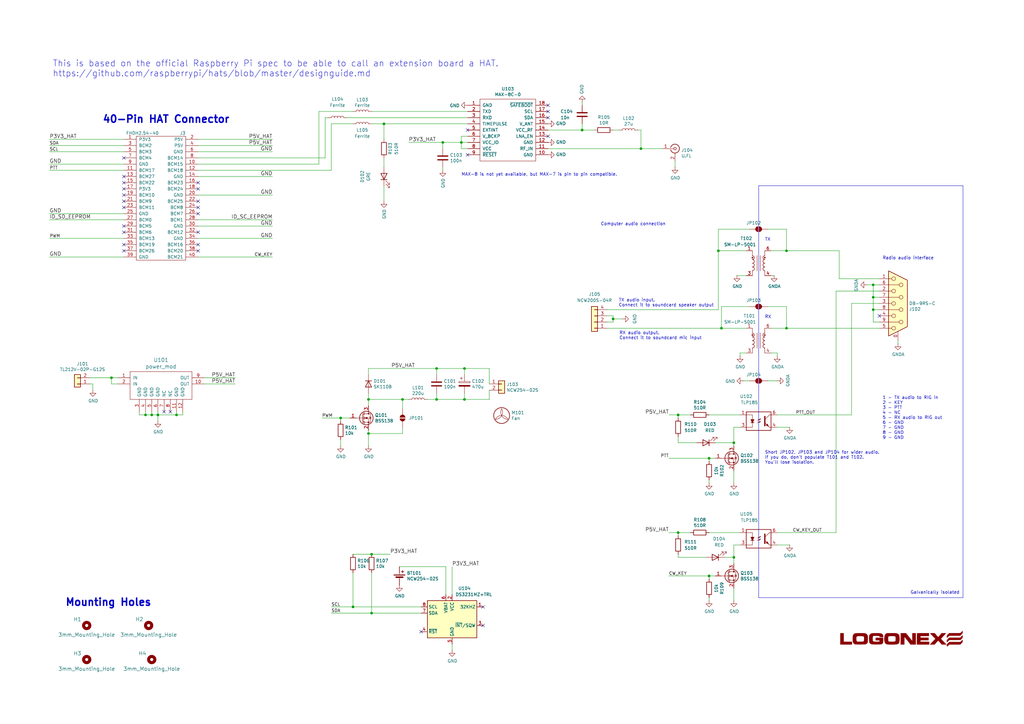
<source format=kicad_sch>
(kicad_sch (version 20231120) (generator "eeschema") (generator_version "8.0")
  (paper "A3")
  (title_block (title "HAM hat") (date "2021-12-03") (rev "v1.1.0") (company "Logonex Bt.") (comment 1 "Drawn by HA5OGL"))
  (junction (at 139.7 171.45))
  (junction (at 45.72 154.94))
  (junction (at 179.07 163.83))
  (junction (at 152.4 251.46))
  (junction (at 190.5 151.13))
  (junction (at 290.83 236.22))
  (junction (at 300.99 228.6))
  (junction (at 262.89 60.96))
  (junction (at 358.14 121.92))
  (junction (at 165.1 163.83))
  (junction (at 295.91 134.62))
  (junction (at 157.48 50.8))
  (junction (at 62.23 170.18))
  (junction (at 300.99 181.61))
  (junction (at 278.13 218.44))
  (junction (at 358.14 127))
  (junction (at 322.58 134.62))
  (junction (at 189.23 58.42))
  (junction (at 151.13 177.8))
  (junction (at 181.61 58.42))
  (junction (at 59.69 170.18))
  (junction (at 251.46 130.81))
  (junction (at 64.77 170.18))
  (junction (at 294.64 102.87))
  (junction (at 322.58 102.87))
  (junction (at 72.39 170.18))
  (junction (at 278.13 170.18))
  (junction (at 152.4 227.33))
  (junction (at 144.78 248.92))
  (junction (at 190.5 163.83))
  (junction (at 238.76 53.34))
  (junction (at 290.83 187.96))
  (junction (at 151.13 163.83))
  (junction (at 358.14 116.84))
  (junction (at 179.07 151.13))
  (no_connect (at 191.77 63.5))
  (no_connect (at 224.79 45.72))
  (no_connect (at 81.28 77.47))
  (no_connect (at 50.8 92.71))
  (no_connect (at 69.85 168.91))
  (no_connect (at 50.8 95.25))
  (no_connect (at 50.8 74.93))
  (no_connect (at 81.28 95.25))
  (no_connect (at 224.79 55.88))
  (no_connect (at 50.8 100.33))
  (no_connect (at 198.12 248.92))
  (no_connect (at 360.68 129.54))
  (no_connect (at 224.79 43.18))
  (no_connect (at 172.72 259.08))
  (no_connect (at 67.31 168.91))
  (no_connect (at 50.8 72.39))
  (no_connect (at 50.8 77.47))
  (no_connect (at 81.28 87.63))
  (no_connect (at 198.12 256.54))
  (no_connect (at 50.8 102.87))
  (no_connect (at 50.8 85.09))
  (no_connect (at 81.28 82.55))
  (no_connect (at 81.28 100.33))
  (no_connect (at 50.8 64.77))
  (no_connect (at 191.77 53.34))
  (no_connect (at 50.8 80.01))
  (no_connect (at 81.28 74.93))
  (no_connect (at 81.28 102.87))
  (no_connect (at 81.28 85.09))
  (no_connect (at 224.79 48.26))
  (no_connect (at 50.8 82.55))
  (wire (pts (xy 179.07 163.83) (xy 190.5 163.83)))
  (wire (pts (xy 81.28 72.39) (xy 111.76 72.39)))
  (polyline (pts (xy 311.15 245.11) (xy 311.15 76.2)))
  (wire (pts (xy 142.24 48.26) (xy 191.77 48.26)))
  (wire (pts (xy 133.35 48.26) (xy 134.62 48.26)))
  (wire (pts (xy 251.46 132.08) (xy 248.92 132.08)))
  (wire (pts (xy 294.64 102.87) (xy 294.64 127)))
  (wire (pts (xy 50.8 59.69) (xy 20.32 59.69)))
  (wire (pts (xy 96.52 154.94) (xy 83.82 154.94)))
  (wire (pts (xy 322.58 125.73) (xy 322.58 134.62)))
  (wire (pts (xy 274.32 170.18) (xy 278.13 170.18)))
  (wire (pts (xy 278.13 170.18) (xy 283.21 170.18)))
  (wire (pts (xy 45.72 157.48) (xy 45.72 154.94)))
  (wire (pts (xy 59.69 168.91) (xy 59.69 170.18)))
  (wire (pts (xy 64.77 170.18) (xy 62.23 170.18)))
  (wire (pts (xy 342.9 119.38) (xy 342.9 218.44)))
  (wire (pts (xy 349.25 124.46) (xy 349.25 170.18)))
  (wire (pts (xy 290.83 187.96) (xy 290.83 189.23)))
  (wire (pts (xy 151.13 151.13) (xy 151.13 153.67)))
  (wire (pts (xy 300.99 181.61) (xy 300.99 182.88)))
  (wire (pts (xy 165.1 167.64) (xy 165.1 163.83)))
  (wire (pts (xy 189.23 60.96) (xy 191.77 60.96)))
  (wire (pts (xy 179.07 151.13) (xy 151.13 151.13)))
  (wire (pts (xy 182.88 243.84) (xy 182.88 232.41)))
  (wire (pts (xy 360.68 114.3) (xy 344.17 114.3)))
  (wire (pts (xy 139.7 171.45) (xy 139.7 172.72)))
  (wire (pts (xy 318.77 146.05) (xy 318.77 144.78)))
  (wire (pts (xy 191.77 45.72) (xy 152.4 45.72)))
  (wire (pts (xy 83.82 157.48) (xy 96.52 157.48)))
  (wire (pts (xy 157.48 68.58) (xy 157.48 64.77)))
  (wire (pts (xy 179.07 161.29) (xy 179.07 163.83)))
  (wire (pts (xy 293.37 181.61) (xy 300.99 181.61)))
  (wire (pts (xy 72.39 170.18) (xy 74.93 170.18)))
  (wire (pts (xy 248.92 127) (xy 294.64 127)))
  (wire (pts (xy 151.13 176.53) (xy 151.13 177.8)))
  (wire (pts (xy 81.28 97.79) (xy 111.76 97.79)))
  (wire (pts (xy 316.23 134.62) (xy 322.58 134.62)))
  (polyline (pts (xy 394.97 76.2) (xy 311.15 76.2)))
  (wire (pts (xy 200.66 160.02) (xy 200.66 163.83)))
  (wire (pts (xy 307.34 156.21) (xy 304.8 156.21)))
  (wire (pts (xy 290.83 170.18) (xy 303.53 170.18)))
  (wire (pts (xy 293.37 236.22) (xy 290.83 236.22)))
  (wire (pts (xy 290.83 218.44) (xy 303.53 218.44)))
  (wire (pts (xy 59.69 170.18) (xy 57.15 170.18)))
  (wire (pts (xy 133.35 64.77) (xy 133.35 48.26)))
  (wire (pts (xy 285.75 181.61) (xy 278.13 181.61)))
  (wire (pts (xy 318.77 156.21) (xy 314.96 156.21)))
  (wire (pts (xy 81.28 80.01) (xy 111.76 80.01)))
  (wire (pts (xy 50.8 87.63) (xy 20.32 87.63)))
  (wire (pts (xy 185.42 232.41) (xy 185.42 243.84)))
  (wire (pts (xy 50.8 69.85) (xy 20.32 69.85)))
  (wire (pts (xy 238.76 41.91) (xy 238.76 43.18)))
  (wire (pts (xy 181.61 58.42) (xy 167.64 58.42)))
  (wire (pts (xy 175.26 163.83) (xy 179.07 163.83)))
  (wire (pts (xy 81.28 59.69) (xy 111.76 59.69)))
  (wire (pts (xy 189.23 58.42) (xy 189.23 60.96)))
  (wire (pts (xy 300.99 198.12) (xy 300.99 193.04)))
  (wire (pts (xy 224.79 60.96) (xy 262.89 60.96)))
  (wire (pts (xy 251.46 130.81) (xy 255.27 130.81)))
  (wire (pts (xy 45.72 154.94) (xy 48.26 154.94)))
  (wire (pts (xy 165.1 163.83) (xy 151.13 163.83)))
  (wire (pts (xy 151.13 161.29) (xy 151.13 163.83)))
  (wire (pts (xy 238.76 50.8) (xy 238.76 53.34)))
  (wire (pts (xy 274.32 218.44) (xy 278.13 218.44)))
  (wire (pts (xy 314.96 125.73) (xy 322.58 125.73)))
  (wire (pts (xy 74.93 170.18) (xy 74.93 168.91)))
  (wire (pts (xy 368.3 140.97) (xy 368.3 139.7)))
  (wire (pts (xy 165.1 177.8) (xy 151.13 177.8)))
  (wire (pts (xy 243.84 53.34) (xy 238.76 53.34)))
  (wire (pts (xy 152.4 50.8) (xy 157.48 50.8)))
  (wire (pts (xy 135.89 69.85) (xy 81.28 69.85)))
  (wire (pts (xy 278.13 170.18) (xy 278.13 171.45)))
  (wire (pts (xy 152.4 251.46) (xy 172.72 251.46)))
  (wire (pts (xy 81.28 64.77) (xy 133.35 64.77)))
  (wire (pts (xy 300.99 246.38) (xy 300.99 241.3)))
  (wire (pts (xy 143.51 171.45) (xy 139.7 171.45)))
  (wire (pts (xy 152.4 227.33) (xy 160.02 227.33)))
  (wire (pts (xy 294.64 102.87) (xy 306.07 102.87)))
  (wire (pts (xy 360.68 119.38) (xy 342.9 119.38)))
  (wire (pts (xy 191.77 55.88) (xy 189.23 55.88)))
  (wire (pts (xy 189.23 58.42) (xy 181.61 58.42)))
  (wire (pts (xy 135.89 50.8) (xy 144.78 50.8)))
  (wire (pts (xy 290.83 187.96) (xy 274.32 187.96)))
  (wire (pts (xy 316.23 113.03) (xy 317.5 113.03)))
  (wire (pts (xy 300.99 175.26) (xy 300.99 181.61)))
  (wire (pts (xy 318.77 175.26) (xy 323.85 175.26)))
  (wire (pts (xy 322.58 102.87) (xy 344.17 102.87)))
  (wire (pts (xy 248.92 129.54) (xy 251.46 129.54)))
  (wire (pts (xy 50.8 57.15) (xy 20.32 57.15)))
  (wire (pts (xy 278.13 181.61) (xy 278.13 179.07)))
  (wire (pts (xy 191.77 58.42) (xy 189.23 58.42)))
  (wire (pts (xy 307.34 125.73) (xy 295.91 125.73)))
  (wire (pts (xy 165.1 175.26) (xy 165.1 177.8)))
  (wire (pts (xy 130.81 45.72) (xy 130.81 67.31)))
  (wire (pts (xy 151.13 177.8) (xy 151.13 182.88)))
  (wire (pts (xy 36.83 154.94) (xy 45.72 154.94)))
  (wire (pts (xy 189.23 55.88) (xy 189.23 58.42)))
  (wire (pts (xy 360.68 124.46) (xy 349.25 124.46)))
  (wire (pts (xy 62.23 170.18) (xy 59.69 170.18)))
  (wire (pts (xy 262.89 53.34) (xy 262.89 60.96)))
  (wire (pts (xy 179.07 153.67) (xy 179.07 151.13)))
  (wire (pts (xy 157.48 50.8) (xy 191.77 50.8)))
  (wire (pts (xy 316.23 102.87) (xy 322.58 102.87)))
  (wire (pts (xy 139.7 171.45) (xy 132.08 171.45)))
  (wire (pts (xy 190.5 153.67) (xy 190.5 151.13)))
  (wire (pts (xy 144.78 248.92) (xy 172.72 248.92)))
  (wire (pts (xy 50.8 105.41) (xy 20.32 105.41)))
  (wire (pts (xy 130.81 67.31) (xy 81.28 67.31)))
  (wire (pts (xy 185.42 266.7) (xy 185.42 264.16)))
  (wire (pts (xy 303.53 144.78) (xy 303.53 146.05)))
  (wire (pts (xy 151.13 163.83) (xy 151.13 166.37)))
  (wire (pts (xy 139.7 182.88) (xy 139.7 180.34)))
  (wire (pts (xy 50.8 67.31) (xy 20.32 67.31)))
  (wire (pts (xy 81.28 57.15) (xy 111.76 57.15)))
  (wire (pts (xy 248.92 134.62) (xy 295.91 134.62)))
  (polyline (pts (xy 394.97 245.11) (xy 311.15 245.11)))
  (wire (pts (xy 190.5 151.13) (xy 179.07 151.13)))
  (wire (pts (xy 81.28 62.23) (xy 111.76 62.23)))
  (wire (pts (xy 181.61 69.85) (xy 181.61 68.58)))
  (wire (pts (xy 303.53 223.52) (xy 300.99 223.52)))
  (wire (pts (xy 290.83 246.38) (xy 290.83 245.11)))
  (wire (pts (xy 358.14 127) (xy 360.68 127)))
  (wire (pts (xy 144.78 45.72) (xy 130.81 45.72)))
  (wire (pts (xy 50.8 97.79) (xy 20.32 97.79)))
  (wire (pts (xy 318.77 223.52) (xy 323.85 223.52)))
  (wire (pts (xy 358.14 121.92) (xy 360.68 121.92)))
  (wire (pts (xy 135.89 50.8) (xy 135.89 69.85)))
  (wire (pts (xy 157.48 57.15) (xy 157.48 50.8)))
  (wire (pts (xy 358.14 127) (xy 358.14 121.92)))
  (wire (pts (xy 289.56 228.6) (xy 278.13 228.6)))
  (wire (pts (xy 200.66 163.83) (xy 190.5 163.83)))
  (wire (pts (xy 64.77 170.18) (xy 72.39 170.18)))
  (wire (pts (xy 57.15 170.18) (xy 57.15 168.91)))
  (wire (pts (xy 72.39 170.18) (xy 72.39 168.91)))
  (wire (pts (xy 278.13 228.6) (xy 278.13 227.33)))
  (wire (pts (xy 307.34 93.98) (xy 294.64 93.98)))
  (wire (pts (xy 358.14 132.08) (xy 358.14 127)))
  (wire (pts (xy 157.48 82.55) (xy 157.48 76.2)))
  (wire (pts (xy 314.96 93.98) (xy 322.58 93.98)))
  (wire (pts (xy 322.58 93.98) (xy 322.58 102.87)))
  (wire (pts (xy 344.17 102.87) (xy 344.17 114.3)))
  (wire (pts (xy 306.07 144.78) (xy 303.53 144.78)))
  (wire (pts (xy 294.64 93.98) (xy 294.64 102.87)))
  (wire (pts (xy 64.77 172.72) (xy 64.77 170.18)))
  (wire (pts (xy 355.6 116.84) (xy 358.14 116.84)))
  (wire (pts (xy 300.99 228.6) (xy 300.99 231.14)))
  (wire (pts (xy 135.89 251.46) (xy 152.4 251.46)))
  (wire (pts (xy 190.5 163.83) (xy 190.5 161.29)))
  (wire (pts (xy 144.78 227.33) (xy 152.4 227.33)))
  (wire (pts (xy 167.64 163.83) (xy 165.1 163.83)))
  (wire (pts (xy 278.13 218.44) (xy 278.13 219.71)))
  (wire (pts (xy 81.28 90.17) (xy 111.76 90.17)))
  (wire (pts (xy 135.89 248.92) (xy 144.78 248.92)))
  (wire (pts (xy 306.07 134.62) (xy 295.91 134.62)))
  (wire (pts (xy 358.14 116.84) (xy 360.68 116.84)))
  (wire (pts (xy 152.4 234.95) (xy 152.4 251.46)))
  (wire (pts (xy 358.14 121.92) (xy 358.14 116.84)))
  (wire (pts (xy 318.77 170.18) (xy 349.25 170.18)))
  (wire (pts (xy 322.58 134.62) (xy 360.68 134.62)))
  (wire (pts (xy 290.83 198.12) (xy 290.83 196.85)))
  (wire (pts (xy 38.1 160.02) (xy 38.1 157.48)))
  (wire (pts (xy 297.18 228.6) (xy 300.99 228.6)))
  (wire (pts (xy 251.46 129.54) (xy 251.46 130.81)))
  (wire (pts (xy 276.86 68.58) (xy 276.86 66.04)))
  (wire (pts (xy 318.77 144.78) (xy 316.23 144.78)))
  (wire (pts (xy 50.8 90.17) (xy 20.32 90.17)))
  (wire (pts (xy 200.66 151.13) (xy 190.5 151.13)))
  (wire (pts (xy 300.99 223.52) (xy 300.99 228.6)))
  (wire (pts (xy 293.37 187.96) (xy 290.83 187.96)))
  (wire (pts (xy 303.53 175.26) (xy 300.99 175.26)))
  (wire (pts (xy 251.46 130.81) (xy 251.46 132.08)))
  (wire (pts (xy 182.88 232.41) (xy 163.83 232.41)))
  (wire (pts (xy 200.66 157.48) (xy 200.66 151.13)))
  (wire (pts (xy 295.91 125.73) (xy 295.91 134.62)))
  (wire (pts (xy 290.83 236.22) (xy 290.83 237.49)))
  (polyline (pts (xy 394.97 245.11) (xy 394.97 76.2)))
  (wire (pts (xy 48.26 157.48) (xy 45.72 157.48)))
  (wire (pts (xy 238.76 53.34) (xy 224.79 53.34)))
  (wire (pts (xy 342.9 218.44) (xy 318.77 218.44)))
  (wire (pts (xy 38.1 157.48) (xy 36.83 157.48)))
  (wire (pts (xy 278.13 218.44) (xy 283.21 218.44)))
  (wire (pts (xy 306.07 113.03) (xy 302.26 113.03)))
  (wire (pts (xy 62.23 168.91) (xy 62.23 170.18)))
  (wire (pts (xy 64.77 168.91) (xy 64.77 170.18)))
  (wire (pts (xy 81.28 105.41) (xy 111.76 105.41)))
  (wire (pts (xy 251.46 53.34) (xy 254 53.34)))
  (wire (pts (xy 262.89 60.96) (xy 271.78 60.96)))
  (wire (pts (xy 360.68 132.08) (xy 358.14 132.08)))
  (wire (pts (xy 261.62 53.34) (xy 262.89 53.34)))
  (wire (pts (xy 290.83 236.22) (xy 274.32 236.22)))
  (wire (pts (xy 144.78 234.95) (xy 144.78 248.92)))
  (wire (pts (xy 81.28 92.71) (xy 111.76 92.71)))
  (wire (pts (xy 181.61 60.96) (xy 181.61 58.42)))
  (wire (pts (xy 20.32 62.23) (xy 50.8 62.23)))
  (text "This is based on the official Raspberry Pi spec to be able to call an extension board a HAT.\nhttps://github.com/raspberrypi/hats/blob/master/designguide.md" (at 21.59 31.75 0) (effects (font (size 2.54 2.54)) (justify left bottom)))
  (text "MAX-8 is not yet available, but MAX-7 is pin to pin compatible." (at 189.23 72.39 0) (effects (font (size 1.27 1.27)) (justify left bottom)))
  (text "Radio audio interface" (at 361.95 106.68 0) (effects (font (size 1.27 1.27)) (justify left bottom)))
  (text "Galvanically isolated" (at 373.38 243.84 0) (effects (font (size 1.27 1.27)) (justify left bottom)))
  (text "Short JP102, JP103 and JP104 for wider audio.\nIf you do, don't populate T101 and T102.\nYou'll lose isolation." (at 313.69 190.5 0) (effects (font (size 1.27 1.27)) (justify left bottom)))
  (text "Mounting Holes" (at 26.67 248.92 0) (effects (font (size 2.9972 2.9972) (thickness 0.5994) (bold yes)) (justify left bottom)))
  (text "RX audio output.\nConnect it to soundcard mic input" (at 254 139.446 0) (effects (font (size 1.27 1.27)) (justify left bottom)))
  (text "40-Pin HAT Connector" (at 41.91 50.8 0) (effects (font (size 2.9972 2.9972) (thickness 0.5994) (bold yes)) (justify left bottom)))
  (text "TX audio input.\nConnect it to soundcard speaker output" (at 253.746 125.984 0) (effects (font (size 1.27 1.27)) (justify left bottom)))
  (text "TX" (at 313.69 99.06 0) (effects (font (size 1.27 1.27)) (justify left bottom)))
  (text "Computer audio connection" (at 246.38 92.71 0) (effects (font (size 1.27 1.27)) (justify left bottom)))
  (text "1 - TX audio to RIG in\n2 - KEY\n3 - PTT\n4 - NC\n5 - RX audio to RIG out\n6 - GND\n7 - GND\n8 - GND\n9 - GND\n" (at 361.95 180.34 0) (effects (font (size 1.27 1.27)) (justify left bottom)))
  (text "RX" (at 313.69 130.81 0) (effects (font (size 1.27 1.27)) (justify left bottom)))
  (label "ID_SC_EEPROM" (at 111.76 90.17 180) (effects (font (size 1.524 1.524))))
  (label "GND" (at 20.32 87.63 0) (effects (font (size 1.524 1.524))))
  (label "CW_KEY" (at 111.76 105.41 180))
  (label "PWM" (at 132.08 171.45 0))
  (label "PTT_OUT" (at 326.39 170.18 0))
  (label "GND" (at 111.76 62.23 180) (effects (font (size 1.524 1.524))))
  (label "P5V_HAT" (at 96.52 157.48 180) (effects (font (size 1.524 1.524))))
  (label "P5V_HAT" (at 274.32 218.44 180) (effects (font (size 1.524 1.524))))
  (label "PWM" (at 20.32 97.79 0))
  (label "PTT" (at 274.32 187.96 180))
  (label "ID_SD_EEPROM" (at 20.32 90.17 0) (effects (font (size 1.524 1.524))))
  (label "P5V_HAT" (at 111.76 59.69 180) (effects (font (size 1.524 1.524))))
  (label "GND" (at 20.32 67.31 0) (effects (font (size 1.524 1.524))))
  (label "GND" (at 111.76 92.71 180) (effects (font (size 1.524 1.524))))
  (label "SCL" (at 20.32 62.23 0))
  (label "P3V3_HAT" (at 185.42 232.41 0) (effects (font (size 1.524 1.524))))
  (label "SCL" (at 135.89 248.92 0))
  (label "P3V3_HAT" (at 167.64 58.42 0) (effects (font (size 1.524 1.524))))
  (label "P5V_HAT" (at 111.76 57.15 180) (effects (font (size 1.524 1.524))))
  (label "CW_KEY_OUT" (at 325.12 218.44 0))
  (label "P5V_HAT" (at 170.18 151.13 180) (effects (font (size 1.524 1.524))))
  (label "GND" (at 111.76 97.79 180) (effects (font (size 1.524 1.524))))
  (label "CW_KEY" (at 274.32 236.22 0))
  (label "P3V3_HAT" (at 20.32 57.15 0) (effects (font (size 1.524 1.524))))
  (label "GND" (at 111.76 80.01 180) (effects (font (size 1.524 1.524))))
  (label "P3V3_HAT" (at 160.02 227.33 0) (effects (font (size 1.524 1.524))))
  (label "SDA" (at 20.32 59.69 0))
  (label "GND" (at 20.32 105.41 0) (effects (font (size 1.524 1.524))))
  (label "P5V_HAT" (at 274.32 170.18 180) (effects (font (size 1.524 1.524))))
  (label "SDA" (at 135.89 251.46 0))
  (label "P5V_HAT" (at 96.52 154.94 180) (effects (font (size 1.524 1.524))))
  (label "PTT" (at 20.32 69.85 0))
  (label "GND" (at 111.76 72.39 180) (effects (font (size 1.524 1.524))))
  (symbol (lib_id "Mechanical:MountingHole") (at 35.56 256.54 0) (unit 1)
    (property "Reference" "H1" (at 31.75 254 0) (effects (font (size 1.524 1.524))))
    (property "Value" "3mm_Mounting_Hole" (at 35.56 260.35 0) (effects (font (size 1.524 1.524))))
    (property "Footprint" "l_mounting_hole:l_MountingHole_Clear_2.75mm_M2.5" (effects (hide yes)))
    (property "Description" "Mounting Hole without connection" (effects (hide yes)))
    (property "id" "0" (effects (hide yes)))
  )
  (symbol (lib_id "Mechanical:MountingHole") (at 60.96 256.54 0) (unit 1)
    (property "Reference" "H2" (at 57.15 254 0) (effects (font (size 1.524 1.524))))
    (property "Value" "3mm_Mounting_Hole" (at 60.96 260.35 0) (effects (font (size 1.524 1.524))))
    (property "Footprint" "l_mounting_hole:l_MountingHole_Clear_2.75mm_M2.5" (effects (hide yes)))
    (property "Description" "Mounting Hole without connection" (effects (hide yes)))
    (property "id" "0" (effects (hide yes)))
  )
  (symbol (lib_id "Mechanical:MountingHole") (at 35.56 270.51 0) (unit 1)
    (property "Reference" "H3" (at 31.75 267.97 0) (effects (font (size 1.524 1.524))))
    (property "Value" "3mm_Mounting_Hole" (at 35.56 274.32 0) (effects (font (size 1.524 1.524))))
    (property "Footprint" "l_mounting_hole:l_MountingHole_Clear_2.75mm_M2.5" (effects (hide yes)))
    (property "Description" "Mounting Hole without connection" (effects (hide yes)))
    (property "id" "0" (effects (hide yes)))
  )
  (symbol (lib_id "Mechanical:MountingHole") (at 62.23 270.51 0) (unit 1)
    (property "Reference" "H4" (at 58.42 267.97 0) (effects (font (size 1.524 1.524))))
    (property "Value" "3mm_Mounting_Hole" (at 62.23 274.32 0) (effects (font (size 1.524 1.524))))
    (property "Footprint" "l_mounting_hole:l_MountingHole_Clear_2.75mm_M2.5" (effects (hide yes)))
    (property "Description" "Mounting Hole without connection" (effects (hide yes)))
    (property "id" "0" (effects (hide yes)))
  )
  (symbol (lib_id "raspberrypi_hat:PI40HAT") (at 66.04 57.15 0) (unit 1)
    (property "Reference" "J3" (at 74.93 54.61 0))
    (property "Value" "FHDH2.54-40" (at 58.42 54.61 0))
    (property "Footprint" "Connector_PinSocket_2.54mm:PinSocket_2x20_P2.54mm_Vertical" (effects (hide yes)))
    (property "id" "757" (effects (hide yes)))
  )
  (symbol (lib_id "l_power_mod:power_mod") (at 66.04 161.29 0) (unit 1)
    (property "Reference" "U101" (at 66.04 147.6502 0) (effects (font (size 1.524 1.524))))
    (property "Value" "power_mod" (at 66.04 150.3426 0) (effects (font (size 1.524 1.524))))
    (property "Footprint" "l_power_mod:power_mod3A" (effects (hide yes)))
    (property "id" "0" (effects (hide yes)))
  )
  (symbol (lib_id "Connector_Generic:Conn_01x02") (at 31.75 157.48 180) (unit 1)
    (property "Reference" "J101" (at 33.8328 149.225 0))
    (property "Value" "TL212V-02P-G12S" (at 33.8328 151.5364 0))
    (property "Footprint" "l_connector:TerminalBlock-2-5.0_1x02_P5.0mm_Horizontal" (effects (hide yes)))
    (property "Description" "Generic connector, single row, 01x02, script generated (kicad-library-utils/schlib/autogen/connector/)" (effects (hide yes)))
    (property "id" "627" (effects (hide yes)))
  )
  (symbol (lib_id "power:GND") (at 64.77 172.72 0) (unit 1)
    (property "Reference" "#PWR0101" (effects (hide yes)))
    (property "Value" "GND" (at 64.897 177.1142 0))
    (property "Description" "Power symbol creates a global label with name \"GND\" , ground" (effects (hide yes)))
  )
  (symbol (lib_id "l_mechanical:Fan") (at 205.74 171.45 0) (unit 1)
    (property "Reference" "M101" (at 209.7532 169.2656 0) (effects (justify left)))
    (property "Value" "Fan" (at 209.7532 171.577 0) (effects (justify left)))
    (property "Footprint" "l_fan:25x25" (effects (hide yes)))
    (property "Description" "Fan" (effects (hide yes)))
    (property "id" "759" (effects (hide yes)))
  )
  (symbol (lib_id "Connector:DE9_Receptacle_MountingHoles") (at 368.3 124.46 0) (unit 1)
    (property "Reference" "J102" (at 372.8466 126.7714 0) (effects (justify left)))
    (property "Value" "DB-9RS-C" (at 372.8466 124.46 0) (effects (justify left)))
    (property "Footprint" "Connector_Dsub:DSUB-9_Female_Horizontal_P2.77x2.84mm_EdgePinOffset7.70mm_Housed_MountingHolesOffset9.12mm" (effects (hide yes)))
    (property "Description" "9-pin female receptacle socket D-SUB connector, Mounting Hole" (effects (hide yes)))
    (property "id" "330" (effects (hide yes)))
  )
  (symbol (lib_id "power:GND") (at 38.1 160.02 0) (unit 1)
    (property "Reference" "#PWR0103" (effects (hide yes)))
    (property "Value" "GND" (at 38.227 164.4142 0))
    (property "Description" "Power symbol creates a global label with name \"GND\" , ground" (effects (hide yes)))
  )
  (symbol (lib_id "Transformer:PA2006NL") (at 311.15 139.7 0) (unit 1)
    (property "Reference" "T101" (at 307.34 129.54 0))
    (property "Value" "SM-LP-5001" (at 303.53 132.08 0))
    (property "Footprint" "Transformer_SMD:Pulse_PA2006NL" (effects (hide yes)))
    (property "Datasheet" "https://productfinder.pulseeng.com/products/datasheets/P663.pdf" (effects (hide yes)))
    (property "Description" "SMT Gate Drive Transformer, 1:1" (effects (hide yes)))
    (property "id" "738" (effects (hide yes)))
  )
  (symbol (lib_id "Transformer:PA2006NL") (at 311.15 107.95 0) (unit 1)
    (property "Reference" "T102" (at 306.07 97.79 0))
    (property "Value" "SM-LP-5001" (at 303.53 100.33 0))
    (property "Footprint" "Transformer_SMD:Pulse_PA2006NL" (effects (hide yes)))
    (property "Datasheet" "https://productfinder.pulseeng.com/products/datasheets/P663.pdf" (effects (hide yes)))
    (property "Description" "SMT Gate Drive Transformer, 1:1" (effects (hide yes)))
    (property "id" "738" (effects (hide yes)))
  )
  (symbol (lib_id "l_opto_coupler:TLP185") (at 311.15 172.72 0) (unit 1)
    (property "Reference" "U102" (at 306.07 162.56 0))
    (property "Value" "TLP185" (at 307.34 165.1 0))
    (property "Footprint" "l_optocoupler:11-4M1S" (effects (hide yes)))
    (property "id" "643" (effects (hide yes)))
  )
  (symbol (lib_id "power:GND") (at 290.83 198.12 0) (unit 1)
    (property "Reference" "#PWR0104" (effects (hide yes)))
    (property "Value" "GND" (at 290.957 202.5142 0))
    (property "Description" "Power symbol creates a global label with name \"GND\" , ground" (effects (hide yes)))
  )
  (symbol (lib_id "Jumper:SolderJumper_2_Open") (at 165.1 171.45 270) (unit 1)
    (property "Reference" "JP101" (at 167.64 171.45 90) (effects (justify left)))
    (property "Value" "SolderJumper_2_Open" (effects (hide yes)))
    (property "Footprint" "Jumper:SolderJumper-2_P1.3mm_Open_RoundedPad1.0x1.5mm" (effects (hide yes)))
    (property "Description" "Solder Jumper, 2-pole, open" (effects (hide yes)))
    (property "id" "0" (effects (hide yes)))
  )
  (symbol (lib_id "power:GNDA") (at 355.6 116.84 270) (unit 1)
    (property "Reference" "#PWR0111" (effects (hide yes)))
    (property "Value" "GNDA" (at 351.2058 116.967 0))
    (property "Description" "Power symbol creates a global label with name \"GNDA\" , analog ground" (effects (hide yes)))
  )
  (symbol (lib_id "power:GNDA") (at 318.77 146.05 0) (unit 1)
    (property "Reference" "#PWR0110" (effects (hide yes)))
    (property "Value" "GNDA" (at 318.897 150.4442 0))
    (property "Description" "Power symbol creates a global label with name \"GNDA\" , analog ground" (effects (hide yes)))
  )
  (symbol (lib_id "power:GNDA") (at 317.5 113.03 0) (unit 1)
    (property "Reference" "#PWR0109" (effects (hide yes)))
    (property "Value" "GNDA" (at 317.627 117.4242 0))
    (property "Description" "Power symbol creates a global label with name \"GNDA\" , analog ground" (effects (hide yes)))
  )
  (symbol (lib_id "power:GNDA") (at 323.85 175.26 0) (unit 1)
    (property "Reference" "#PWR0108" (effects (hide yes)))
    (property "Value" "GNDA" (at 323.977 179.6542 0))
    (property "Description" "Power symbol creates a global label with name \"GNDA\" , analog ground" (effects (hide yes)))
  )
  (symbol (lib_id "power:GND") (at 303.53 146.05 0) (unit 1)
    (property "Reference" "#PWR0106" (effects (hide yes)))
    (property "Value" "GND" (at 303.657 150.4442 0))
    (property "Description" "Power symbol creates a global label with name \"GND\" , ground" (effects (hide yes)))
  )
  (symbol (lib_id "power:GND") (at 302.26 113.03 0) (unit 1)
    (property "Reference" "#PWR0107" (effects (hide yes)))
    (property "Value" "GND" (at 302.387 117.4242 0))
    (property "Description" "Power symbol creates a global label with name \"GND\" , ground" (effects (hide yes)))
  )
  (symbol (lib_id "Device:Q_NMOS_GSD") (at 148.59 171.45 0) (unit 1)
    (property "Reference" "Q101" (at 153.7716 170.2816 0) (effects (justify left)))
    (property "Value" "BSS138" (at 153.7716 172.593 0) (effects (justify left)))
    (property "Footprint" "Package_TO_SOT_SMD:SOT-23" (effects (hide yes)))
    (property "Description" "N-MOSFET transistor, gate/source/drain" (effects (hide yes)))
    (property "id" "78" (effects (hide yes)))
  )
  (symbol (lib_id "power:GND") (at 151.13 182.88 0) (unit 1)
    (property "Reference" "#PWR0105" (effects (hide yes)))
    (property "Value" "GND" (at 151.257 187.2742 0))
    (property "Description" "Power symbol creates a global label with name \"GND\" , ground" (effects (hide yes)))
  )
  (symbol (lib_id "Device:R") (at 139.7 176.53 0) (unit 1)
    (property "Reference" "R101" (at 141.478 175.3616 0) (effects (justify left)))
    (property "Value" "10k" (at 141.478 177.673 0) (effects (justify left)))
    (property "Footprint" "Resistor_SMD:R_0603_1608Metric" (effects (hide yes)))
    (property "Description" "Resistor" (effects (hide yes)))
    (property "id" "183" (effects (hide yes)))
  )
  (symbol (lib_id "power:GND") (at 139.7 182.88 0) (unit 1)
    (property "Reference" "#PWR0102" (effects (hide yes)))
    (property "Value" "GND" (at 139.827 187.2742 0))
    (property "Description" "Power symbol creates a global label with name \"GND\" , ground" (effects (hide yes)))
  )
  (symbol (lib_id "Device:R") (at 290.83 193.04 180) (unit 1)
    (property "Reference" "R102" (at 296.0878 193.04 90))
    (property "Value" "10k" (at 293.7764 193.04 90))
    (property "Footprint" "Resistor_SMD:R_0603_1608Metric" (effects (hide yes)))
    (property "Description" "Resistor" (effects (hide yes)))
    (property "id" "183" (effects (hide yes)))
  )
  (symbol (lib_id "power:GNDA") (at 368.3 140.97 0) (unit 1)
    (property "Reference" "#PWR0112" (effects (hide yes)))
    (property "Value" "GNDA" (at 368.427 145.3642 0))
    (property "Description" "Power symbol creates a global label with name \"GNDA\" , analog ground" (effects (hide yes)))
  )
  (symbol (lib_id "Device:D") (at 151.13 157.48 270) (unit 1)
    (property "Reference" "D101" (at 153.162 156.3116 90) (effects (justify left)))
    (property "Value" "SK110B" (at 153.162 158.623 90) (effects (justify left)))
    (property "Footprint" "Diode_SMD:D_SMB" (effects (hide yes)))
    (property "Description" "Diode" (effects (hide yes)))
    (property "id" "144" (effects (hide yes)))
    (property "Sim.Device" "D" (effects (hide yes)))
    (property "Sim.Pins" "1=K 2=A" (effects (hide yes)))
  )
  (symbol (lib_id "Device:L") (at 171.45 163.83 90) (unit 1)
    (property "Reference" "L101" (at 171.45 159.004 90))
    (property "Value" "220u" (at 171.45 161.3154 90))
    (property "Footprint" "l_SM_inductors:IND_PCD0504" (effects (hide yes)))
    (property "Description" "Inductor" (effects (hide yes)))
    (property "id" "563" (effects (hide yes)))
  )
  (symbol (lib_id "Device:C") (at 179.07 157.48 0) (unit 1)
    (property "Reference" "C101" (at 181.991 156.3116 0) (effects (justify left)))
    (property "Value" "100n" (at 181.991 158.623 0) (effects (justify left)))
    (property "Footprint" "Capacitor_SMD:C_0603_1608Metric" (effects (hide yes)))
    (property "Description" "Unpolarized capacitor" (effects (hide yes)))
    (property "id" "145" (effects (hide yes)))
  )
  (symbol (lib_id "Device:C_Polarized") (at 190.5 157.48 0) (unit 1)
    (property "Reference" "C102" (at 193.4972 156.3116 0) (effects (justify left)))
    (property "Value" "470u" (at 193.4972 158.623 0) (effects (justify left)))
    (property "Footprint" "Capacitor_THT:CP_Radial_D10.0mm_P5.00mm" (effects (hide yes)))
    (property "Description" "Polarized capacitor" (effects (hide yes)))
    (property "id" "30" (effects (hide yes)))
  )
  (symbol (lib_id "Connector_Generic:Conn_01x02") (at 205.74 157.48 0) (unit 1)
    (property "Reference" "J103" (at 207.772 157.6832 0) (effects (justify left)))
    (property "Value" "NCW254-02S" (at 207.772 159.9946 0) (effects (justify left)))
    (property "Footprint" "Connector_PinHeader_2.54mm:PinHeader_1x02_P2.54mm_Vertical" (effects (hide yes)))
    (property "Description" "Generic connector, single row, 01x02, script generated (kicad-library-utils/schlib/autogen/connector/)" (effects (hide yes)))
    (property "id" "0" (effects (hide yes)))
  )
  (symbol (lib_id "Device:C") (at 181.61 64.77 0) (unit 1)
    (property "Reference" "C103" (at 184.531 63.6016 0) (effects (justify left)))
    (property "Value" "100n" (at 184.531 65.913 0) (effects (justify left)))
    (property "Footprint" "Capacitor_SMD:C_0603_1608Metric" (effects (hide yes)))
    (property "Description" "Unpolarized capacitor" (effects (hide yes)))
    (property "id" "145" (effects (hide yes)))
  )
  (symbol (lib_id "power:GND") (at 181.61 69.85 0) (unit 1)
    (property "Reference" "#PWR0119" (effects (hide yes)))
    (property "Value" "GND" (at 181.737 73.1012 90) (effects (justify right)))
    (property "Description" "Power symbol creates a global label with name \"GND\" , ground" (effects (hide yes)))
  )
  (symbol (lib_id "l_rf:MAX8") (at 208.28 52.07 0) (unit 1)
    (property "Reference" "U103" (at 208.28 36.449 0))
    (property "Value" "MAX-8C-0" (at 208.28 38.7604 0))
    (property "Footprint" "l_rf:MAX8" (effects (hide yes)))
    (property "id" "758" (effects (hide yes)))
  )
  (symbol (lib_id "power:GND") (at 191.77 43.18 270) (unit 1)
    (property "Reference" "#PWR0113" (effects (hide yes)))
    (property "Value" "GND" (at 188.5188 43.307 90) (effects (justify right)))
    (property "Description" "Power symbol creates a global label with name \"GND\" , ground" (effects (hide yes)))
  )
  (symbol (lib_id "power:GND") (at 224.79 63.5 90) (unit 1)
    (property "Reference" "#PWR0115" (effects (hide yes)))
    (property "Value" "GND" (at 228.0412 63.373 90) (effects (justify right)))
    (property "Description" "Power symbol creates a global label with name \"GND\" , ground" (effects (hide yes)))
  )
  (symbol (lib_id "power:GND") (at 224.79 58.42 90) (unit 1)
    (property "Reference" "#PWR0114" (effects (hide yes)))
    (property "Value" "GND" (at 228.0412 58.293 90) (effects (justify right)))
    (property "Description" "Power symbol creates a global label with name \"GND\" , ground" (effects (hide yes)))
  )
  (symbol (lib_id "Connector:Conn_Coaxial") (at 276.86 60.96 0) (unit 1)
    (property "Reference" "J104" (at 279.4 61.595 0) (effects (justify left)))
    (property "Value" "U.FL" (at 279.4 63.9064 0) (effects (justify left)))
    (property "Footprint" "Connector_Coaxial:U.FL_Molex_MCRF_73412-0110_Vertical" (effects (hide yes)))
    (property "Description" "coaxial connector (BNC, SMA, SMB, SMC, Cinch/RCA, LEMO, ...)" (effects (hide yes)))
    (property "id" "806" (effects (hide yes)))
  )
  (symbol (lib_id "power:GND") (at 276.86 68.58 0) (unit 1)
    (property "Reference" "#PWR0116" (effects (hide yes)))
    (property "Value" "GND" (at 276.987 72.9742 0))
    (property "Description" "Power symbol creates a global label with name \"GND\" , ground" (effects (hide yes)))
  )
  (symbol (lib_id "Device:L") (at 257.81 53.34 90) (unit 1)
    (property "Reference" "L102" (at 257.81 48.514 90))
    (property "Value" "27u" (at 257.81 50.8254 90))
    (property "Footprint" "Inductor_SMD:L_0603_1608Metric" (effects (hide yes)))
    (property "Description" "Inductor" (effects (hide yes)))
    (property "id" "756" (effects (hide yes)))
  )
  (symbol (lib_id "Device:R") (at 247.65 53.34 270) (unit 1)
    (property "Reference" "R105" (at 247.65 48.0822 90))
    (property "Value" "10R" (at 247.65 50.3936 90))
    (property "Footprint" "Resistor_SMD:R_0603_1608Metric" (effects (hide yes)))
    (property "Description" "Resistor" (effects (hide yes)))
    (property "id" "755" (effects (hide yes)))
  )
  (symbol (lib_id "Device:R") (at 157.48 60.96 0) (unit 1)
    (property "Reference" "R103" (at 160.02 60.96 90))
    (property "Value" "510R" (at 162.56 60.96 90))
    (property "Footprint" "Resistor_SMD:R_0603_1608Metric" (effects (hide yes)))
    (property "Description" "Resistor" (effects (hide yes)))
    (property "id" "390" (effects (hide yes)))
  )
  (symbol (lib_id "Device:LED") (at 157.48 72.39 90) (unit 1)
    (property "Reference" "D102" (at 148.59 72.39 0))
    (property "Value" "GRE" (at 151.13 72.39 0))
    (property "Footprint" "LED_SMD:LED_0603_1608Metric" (effects (hide yes)))
    (property "Description" "Light emitting diode" (effects (hide yes)))
    (property "id" "147" (effects (hide yes)))
  )
  (symbol (lib_id "power:GND") (at 157.48 82.55 0) (unit 1)
    (property "Reference" "#PWR0120" (effects (hide yes)))
    (property "Value" "GND" (at 157.607 85.8012 90) (effects (justify right)))
    (property "Description" "Power symbol creates a global label with name \"GND\" , ground" (effects (hide yes)))
  )
  (symbol (lib_id "Device:C") (at 238.76 46.99 0) (unit 1)
    (property "Reference" "C104" (at 229.87 45.72 0) (effects (justify left)))
    (property "Value" "10n" (at 229.87 48.26 0) (effects (justify left)))
    (property "Footprint" "Capacitor_SMD:C_0603_1608Metric" (effects (hide yes)))
    (property "Description" "Unpolarized capacitor" (effects (hide yes)))
    (property "id" "608" (effects (hide yes)))
  )
  (symbol (lib_id "power:GND") (at 224.79 50.8 90) (unit 1)
    (property "Reference" "#PWR0121" (effects (hide yes)))
    (property "Value" "GND" (at 228.0412 50.673 90) (effects (justify right)))
    (property "Description" "Power symbol creates a global label with name \"GND\" , ground" (effects (hide yes)))
  )
  (symbol (lib_id "power:GND") (at 238.76 41.91 180) (unit 1)
    (property "Reference" "#PWR0123" (effects (hide yes)))
    (property "Value" "GND" (at 238.633 38.6588 90) (effects (justify right)))
    (property "Description" "Power symbol creates a global label with name \"GND\" , ground" (effects (hide yes)))
  )
  (symbol (lib_id "Device:L") (at 148.59 45.72 90) (unit 1)
    (property "Reference" "L103" (at 148.59 40.894 90))
    (property "Value" "Ferrite" (at 148.59 43.2054 90))
    (property "Footprint" "Resistor_SMD:R_0805_2012Metric" (effects (hide yes)))
    (property "Description" "Inductor" (effects (hide yes)))
    (property "id" "351" (effects (hide yes)))
  )
  (symbol (lib_id "Device:L") (at 138.43 48.26 90) (unit 1)
    (property "Reference" "L104" (at 138.43 40.64 90))
    (property "Value" "Ferrite" (at 138.43 43.18 90))
    (property "Footprint" "Resistor_SMD:R_0805_2012Metric" (effects (hide yes)))
    (property "Description" "Inductor" (effects (hide yes)))
    (property "id" "351" (effects (hide yes)))
  )
  (symbol (lib_id "power:GND") (at 185.42 266.7 0) (unit 1)
    (property "Reference" "#PWR0127" (effects (hide yes)))
    (property "Value" "GND" (at 185.547 271.0942 0))
    (property "Description" "Power symbol creates a global label with name \"GND\" , ground" (effects (hide yes)))
  )
  (symbol (lib_id "logonex:LOGO") (at 369.57 261.62 0) (unit 1)
    (property "Reference" "#G101" (effects (hide yes)))
    (property "Value" "LOGO" (effects (hide yes)))
  )
  (symbol (lib_id "Timer_RTC:DS3231MZ") (at 185.42 254 0) (unit 1)
    (property "Reference" "U104" (at 190.5 241.3 0))
    (property "Value" "DS3231MZ+TRL" (at 194.31 243.84 0))
    (property "Footprint" "Package_SO:SOIC-8_3.9x4.9mm_P1.27mm" (effects (hide yes)))
    (property "Datasheet" "http://datasheets.maximintegrated.com/en/ds/DS3231M.pdf" (effects (hide yes)))
    (property "Description" "±5ppm, I2C Real-Time Clock SOIC-8" (effects (hide yes)))
    (property "id" "760" (effects (hide yes)))
  )
  (symbol (lib_id "Device:Battery_Cell") (at 163.83 237.49 0) (unit 1)
    (property "Reference" "BT101" (at 166.8272 235.0516 0) (effects (justify left)))
    (property "Value" "NCW254-02S" (at 166.8272 237.363 0) (effects (justify left)))
    (property "Footprint" "Connector_Molex:Molex_KK-254_AE-6410-02A_1x02_P2.54mm_Vertical" (effects (hide yes)))
    (property "Description" "Single-cell battery" (effects (hide yes)))
    (property "id" "320" (effects (hide yes)))
  )
  (symbol (lib_id "Device:Q_NMOS_GSD") (at 298.45 187.96 0) (unit 1)
    (property "Reference" "Q102" (at 303.6316 186.7916 0) (effects (justify left)))
    (property "Value" "BSS138" (at 303.6316 189.103 0) (effects (justify left)))
    (property "Footprint" "Package_TO_SOT_SMD:SOT-23" (effects (hide yes)))
    (property "Description" "N-MOSFET transistor, gate/source/drain" (effects (hide yes)))
    (property "id" "78" (effects (hide yes)))
  )
  (symbol (lib_id "power:GND") (at 300.99 198.12 0) (unit 1)
    (property "Reference" "#PWR0122" (effects (hide yes)))
    (property "Value" "GND" (at 301.117 202.5142 0))
    (property "Description" "Power symbol creates a global label with name \"GND\" , ground" (effects (hide yes)))
  )
  (symbol (lib_id "power:GND") (at 163.83 240.03 0) (unit 1)
    (property "Reference" "#PWR0126" (effects (hide yes)))
    (property "Value" "GND" (at 163.957 244.4242 0))
    (property "Description" "Power symbol creates a global label with name \"GND\" , ground" (effects (hide yes)))
  )
  (symbol (lib_id "Device:R") (at 152.4 231.14 0) (unit 1)
    (property "Reference" "R107" (at 154.178 229.9716 0) (effects (justify left)))
    (property "Value" "10k" (at 154.178 232.283 0) (effects (justify left)))
    (property "Footprint" "Resistor_SMD:R_0603_1608Metric" (effects (hide yes)))
    (property "Description" "Resistor" (effects (hide yes)))
    (property "id" "183" (effects (hide yes)))
  )
  (symbol (lib_id "Device:R") (at 144.78 231.14 0) (unit 1)
    (property "Reference" "R106" (at 146.558 229.9716 0) (effects (justify left)))
    (property "Value" "10k" (at 146.558 232.283 0) (effects (justify left)))
    (property "Footprint" "Resistor_SMD:R_0603_1608Metric" (effects (hide yes)))
    (property "Description" "Resistor" (effects (hide yes)))
    (property "id" "183" (effects (hide yes)))
  )
  (symbol (lib_id "Device:R") (at 287.02 170.18 270) (unit 1)
    (property "Reference" "R104" (at 287.02 164.9222 90))
    (property "Value" "510R" (at 287.02 167.2336 90))
    (property "Footprint" "Resistor_SMD:R_0603_1608Metric" (effects (hide yes)))
    (property "Description" "Resistor" (effects (hide yes)))
    (property "id" "390" (effects (hide yes)))
  )
  (symbol (lib_id "Device:L") (at 148.59 50.8 90) (unit 1)
    (property "Reference" "L105" (at 148.59 53.34 90))
    (property "Value" "Ferrite" (at 148.59 55.88 90))
    (property "Footprint" "Resistor_SMD:R_0805_2012Metric" (effects (hide yes)))
    (property "Description" "Inductor" (effects (hide yes)))
    (property "id" "351" (effects (hide yes)))
  )
  (symbol (lib_id "Jumper:SolderJumper_2_Open") (at 311.15 93.98 0) (unit 1)
    (property "Reference" "JP102" (at 306.07 91.44 0) (effects (justify left)))
    (property "Value" "SolderJumper_2_Open" (effects (hide yes)))
    (property "Footprint" "Jumper:SolderJumper-2_P1.3mm_Open_RoundedPad1.0x1.5mm" (effects (hide yes)))
    (property "Description" "Solder Jumper, 2-pole, open" (effects (hide yes)))
    (property "id" "0" (effects (hide yes)))
  )
  (symbol (lib_id "Jumper:SolderJumper_2_Open") (at 311.15 125.73 0) (unit 1)
    (property "Reference" "JP103" (at 306.07 123.19 0) (effects (justify left)))
    (property "Value" "SolderJumper_2_Open" (effects (hide yes)))
    (property "Footprint" "Jumper:SolderJumper-2_P1.3mm_Open_RoundedPad1.0x1.5mm" (effects (hide yes)))
    (property "Description" "Solder Jumper, 2-pole, open" (effects (hide yes)))
    (property "id" "0" (effects (hide yes)))
  )
  (symbol (lib_id "Jumper:SolderJumper_2_Open") (at 311.15 156.21 0) (unit 1)
    (property "Reference" "JP104" (at 306.07 153.67 0) (effects (justify left)))
    (property "Value" "SolderJumper_2_Open" (effects (hide yes)))
    (property "Footprint" "Jumper:SolderJumper-2_P1.3mm_Open_RoundedPad1.0x1.5mm" (effects (hide yes)))
    (property "Description" "Solder Jumper, 2-pole, open" (effects (hide yes)))
    (property "id" "0" (effects (hide yes)))
  )
  (symbol (lib_id "power:GND") (at 304.8 156.21 270) (unit 1)
    (property "Reference" "#PWR0124" (effects (hide yes)))
    (property "Value" "GND" (at 301.5488 156.337 90) (effects (justify right)))
    (property "Description" "Power symbol creates a global label with name \"GND\" , ground" (effects (hide yes)))
  )
  (symbol (lib_id "power:GNDA") (at 318.77 156.21 90) (unit 1)
    (property "Reference" "#PWR0125" (effects (hide yes)))
    (property "Value" "GNDA" (at 323.1642 156.083 0))
    (property "Description" "Power symbol creates a global label with name \"GNDA\" , analog ground" (effects (hide yes)))
  )
  (symbol (lib_id "Device:R") (at 287.02 218.44 270) (unit 1)
    (property "Reference" "R108" (at 287.02 213.1822 90))
    (property "Value" "510R" (at 287.02 215.4936 90))
    (property "Footprint" "Resistor_SMD:R_0603_1608Metric" (effects (hide yes)))
    (property "Description" "Resistor" (effects (hide yes)))
    (property "id" "390" (effects (hide yes)))
  )
  (symbol (lib_id "power:GNDA") (at 323.85 223.52 0) (unit 1)
    (property "Reference" "#PWR0129" (effects (hide yes)))
    (property "Value" "GNDA" (at 323.977 227.9142 0))
    (property "Description" "Power symbol creates a global label with name \"GNDA\" , analog ground" (effects (hide yes)))
  )
  (symbol (lib_id "default:levcsi_database/390") (at 278.13 223.52 0) (unit 1)
    (property "Reference" "R111" (at 280.67 222.2499 0) (effects (justify left)))
    (property "Value" "510R" (at 280.67 224.7899 0) (effects (justify left)))
    (property "Footprint" "Resistor_SMD:R_0603_1608Metric" (effects (hide yes)))
    (property "Description" "Resistor" (effects (hide yes)))
    (property "Value2" "0.1W" (effects (hide yes)))
    (property "Value3" "1%" (effects (hide yes)))
    (property "id" "390" (effects (hide yes)))
  )
  (symbol (lib_id "default:levcsi_database/258") (at 289.56 181.61 180) (unit 1)
    (property "Reference" "D103" (at 291.1475 173.99 0))
    (property "Value" "RED" (at 291.1475 176.53 0))
    (property "Footprint" "LED_SMD:LED_0603_1608Metric" (effects (hide yes)))
    (property "Description" "Light emitting diode" (effects (hide yes)))
    (property "id" "258" (effects (hide yes)))
  )
  (symbol (lib_id "power:GND") (at 300.99 246.38 0) (unit 1)
    (property "Reference" "#PWR0128" (effects (hide yes)))
    (property "Value" "GND" (at 301.117 250.7742 0))
    (property "Description" "Power symbol creates a global label with name \"GND\" , ground" (effects (hide yes)))
  )
  (symbol (lib_id "default:levcsi_database/390") (at 278.13 175.26 180) (unit 1)
    (property "Reference" "R110" (at 280.67 173.9899 0) (effects (justify right)))
    (property "Value" "510R" (at 280.67 176.5299 0) (effects (justify right)))
    (property "Footprint" "Resistor_SMD:R_0603_1608Metric" (effects (hide yes)))
    (property "Description" "Resistor" (effects (hide yes)))
    (property "Value2" "0.1W" (effects (hide yes)))
    (property "Value3" "1%" (effects (hide yes)))
    (property "id" "390" (effects (hide yes)))
  )
  (symbol (lib_id "Device:Q_NMOS_GSD") (at 298.45 236.22 0) (unit 1)
    (property "Reference" "Q103" (at 303.6316 235.0516 0) (effects (justify left)))
    (property "Value" "BSS138" (at 303.6316 237.363 0) (effects (justify left)))
    (property "Footprint" "Package_TO_SOT_SMD:SOT-23" (effects (hide yes)))
    (property "Description" "N-MOSFET transistor, gate/source/drain" (effects (hide yes)))
    (property "id" "78" (effects (hide yes)))
  )
  (symbol (lib_id "default:levcsi_database/459") (at 243.84 132.08 180) (unit 1)
    (property "Reference" "J105" (at 243.84 120.65 0))
    (property "Value" "NCW200S-04R" (at 243.84 123.19 0))
    (property "Footprint" "Connector_JST:JST_PH_B4B-PH-K_1x04_P2.00mm_Vertical" (effects (hide yes)))
    (property "Description" "Generic connector, single row, 01x04, script generated (kicad-library-utils/schlib/autogen/connector/)" (effects (hide yes)))
    (property "id" "459" (effects (hide yes)))
  )
  (symbol (lib_id "l_opto_coupler:TLP185") (at 311.15 220.98 0) (unit 1)
    (property "Reference" "U105" (at 306.07 210.82 0))
    (property "Value" "TLP185" (at 307.34 213.36 0))
    (property "Footprint" "l_optocoupler:11-4M1S" (effects (hide yes)))
    (property "id" "643" (effects (hide yes)))
  )
  (symbol (lib_id "power:GND") (at 290.83 246.38 0) (unit 1)
    (property "Reference" "#PWR0118" (effects (hide yes)))
    (property "Value" "GND" (at 290.957 250.7742 0))
    (property "Description" "Power symbol creates a global label with name \"GND\" , ground" (effects (hide yes)))
  )
  (symbol (lib_id "default:levcsi_database/258") (at 293.37 228.6 180) (unit 1)
    (property "Reference" "D104" (at 294.9575 220.98 0))
    (property "Value" "RED" (at 294.9575 223.52 0))
    (property "Footprint" "LED_SMD:LED_0603_1608Metric" (effects (hide yes)))
    (property "Description" "Light emitting diode" (effects (hide yes)))
    (property "id" "258" (effects (hide yes)))
  )
  (symbol (lib_id "Device:R") (at 290.83 241.3 180) (unit 1)
    (property "Reference" "R109" (at 296.0878 241.3 90))
    (property "Value" "10k" (at 293.7764 241.3 90))
    (property "Footprint" "Resistor_SMD:R_0603_1608Metric" (effects (hide yes)))
    (property "Description" "Resistor" (effects (hide yes)))
    (property "id" "183" (effects (hide yes)))
  )
  (symbol (lib_id "power:GND") (at 255.27 130.81 90) (unit 1)
    (property "Reference" "#PWR01" (effects (hide yes)))
    (property "Value" "GND" (at 260.35 130.81 0))
    (property "Description" "Power symbol creates a global label with name \"GND\" , ground" (effects (hide yes)))
  )
)
</source>
